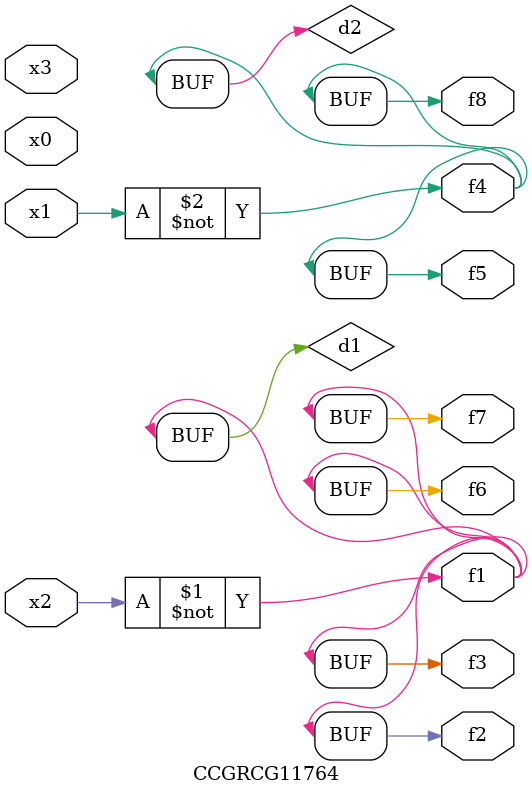
<source format=v>
module CCGRCG11764(
	input x0, x1, x2, x3,
	output f1, f2, f3, f4, f5, f6, f7, f8
);

	wire d1, d2;

	xnor (d1, x2);
	not (d2, x1);
	assign f1 = d1;
	assign f2 = d1;
	assign f3 = d1;
	assign f4 = d2;
	assign f5 = d2;
	assign f6 = d1;
	assign f7 = d1;
	assign f8 = d2;
endmodule

</source>
